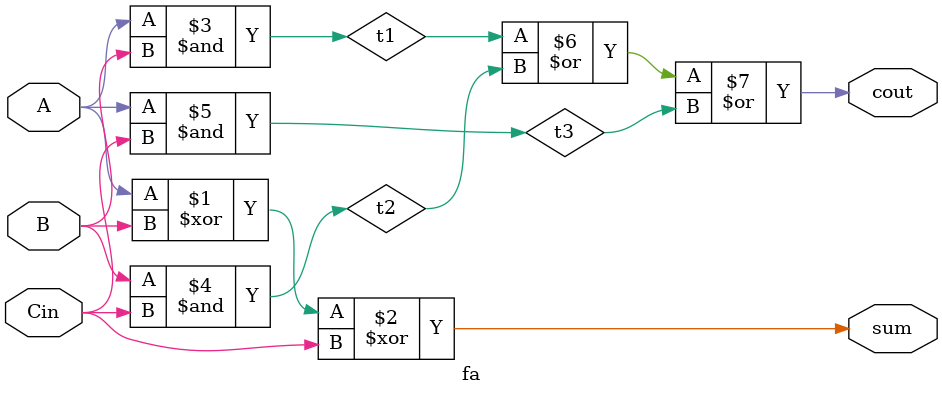
<source format=v>
module fa(sum,cout,A,B,Cin);
  output sum,cout;
  input  A,B,Cin;
  
  wire sum,cout;
  wire t1,t2,t3;
  
  xor G1 (sum,A,B,Cin);
  and G2 (t1,A,B);
  and G3 (t2,B,Cin);
  and G4 (t3,A,Cin);
  or  G5 (cout,t1,t2,t3);
  
endmodule
  
  
</source>
